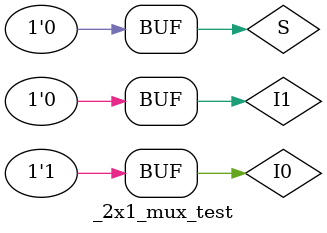
<source format=v>
`define DELAY 20
module _2x1_mux_test(); 
reg  I0, I1, S;
wire RES;

_2x1_mux T(.I0(I0), .I1(I1), .S(S), .RES(RES));

initial begin
I0 = 1'b0; I1 = 1'b0; S = 1'b1;
#`DELAY;
I0 = 1'b0; I1 = 1'b1; S = 1'b1;
#`DELAY;
I0 = 1'b1; I1 = 1'b0; S = 1'b1;
#`DELAY;
I0 = 1'b1; I1 = 1'b0; S = 1'b0;
end
 
 
initial 
begin
$monitor("2x1 MUX Test: RESULT = %1b, I0 = %1b, I1 = %1b, S = %1b", RES, I0, I1, S);
end
 
endmodule
</source>
